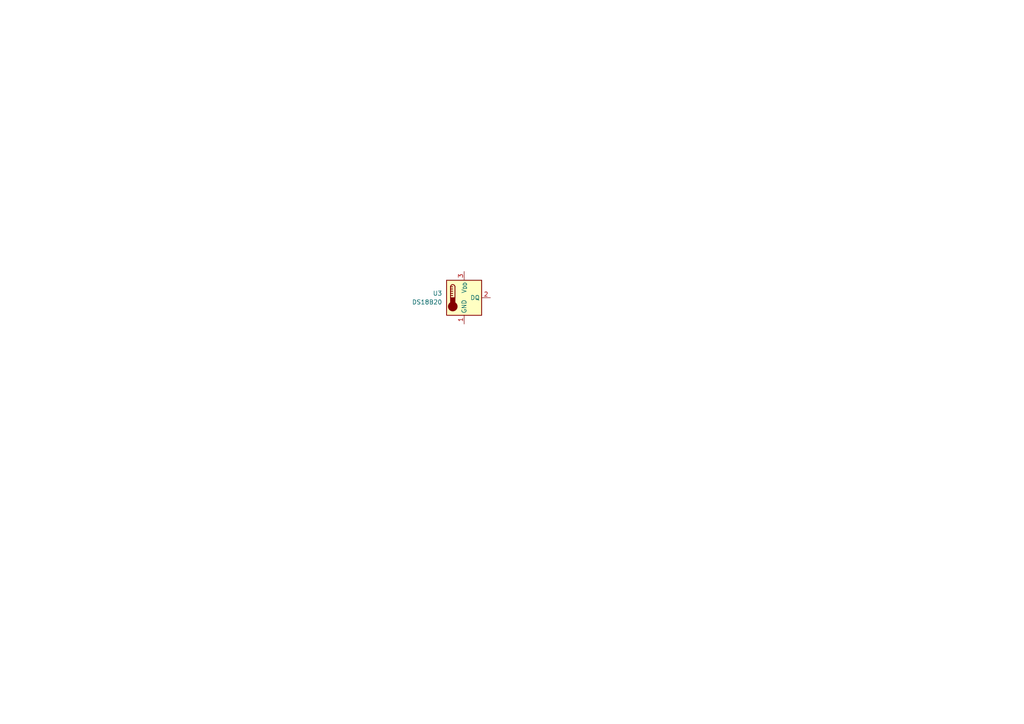
<source format=kicad_sch>
(kicad_sch (version 20230121) (generator eeschema)
  (paper "A4")
  (lib_symbols
    (symbol "Sensor_Temperature:DS18B20"
      (property "Reference" "U" (at -3.81 6.35 0))
      (property "Value" "DS18B20" (at 6.35 6.35 0))
      (symbol "DS18B20_0_1"
        (rectangle (start -5.08 5.08) (end 5.08 -5.08) (stroke (width 0.254)) (fill (type background)))
        (circle (center -3.302 -2.54) (radius 1.27) (stroke (width 0.254)) (fill (type outline)))
        (rectangle (start -2.667 -1.905) (end -3.937 0) (stroke (width 0.254)) (fill (type outline)))
        (arc (start -2.667 3.175) (mid -3.302 3.8073) (end -3.937 3.175) (stroke (width 0.254)))
        (polyline (pts (xy -3.937 0.635) (xy -3.302 0.635)) (stroke (width 0.254)))
        (polyline (pts (xy -3.937 1.27) (xy -3.302 1.27)) (stroke (width 0.254)))
        (polyline (pts (xy -3.937 1.905) (xy -3.302 1.905)) (stroke (width 0.254)))
        (polyline (pts (xy -3.937 2.54) (xy -3.302 2.54)) (stroke (width 0.254)))
        (polyline (pts (xy -3.937 3.175) (xy -3.937 0)) (stroke (width 0.254)))
        (polyline (pts (xy -3.937 3.175) (xy -3.302 3.175)) (stroke (width 0.254)))
        (polyline (pts (xy -2.667 3.175) (xy -2.667 0)) (stroke (width 0.254)))
      )
      (symbol "DS18B20_1_1"
        (pin power_in line (at 0 -7.62 90) (length 2.54) (name "GND") (number "1"))
        (pin bidirectional line (at 7.62 0 180) (length 2.54) (name "DQ") (number "2"))
        (pin power_in line (at 0 7.62 270) (length 2.54) (name "V_{DD}") (number "3"))
      )
    )
  )
  (symbol (lib_id "Sensor_Temperature:DS18B20") (at 134.62 86.36 0) (unit 1)
    (property "Reference" "U3" (at 128.27 85.09 0) (effects (justify right)))
    (property "Value" "DS18B20" (at 128.27 87.63 0) (effects (justify right)))
    (property "Footprint" "Package_TO_SOT_THT:TO-92_Inline" (effects hide))
    (property "Datasheet" "http://datasheets.maximintegrated.com/en/ds/DS18B20.pdf" (effects hide))
  )
)
</source>
